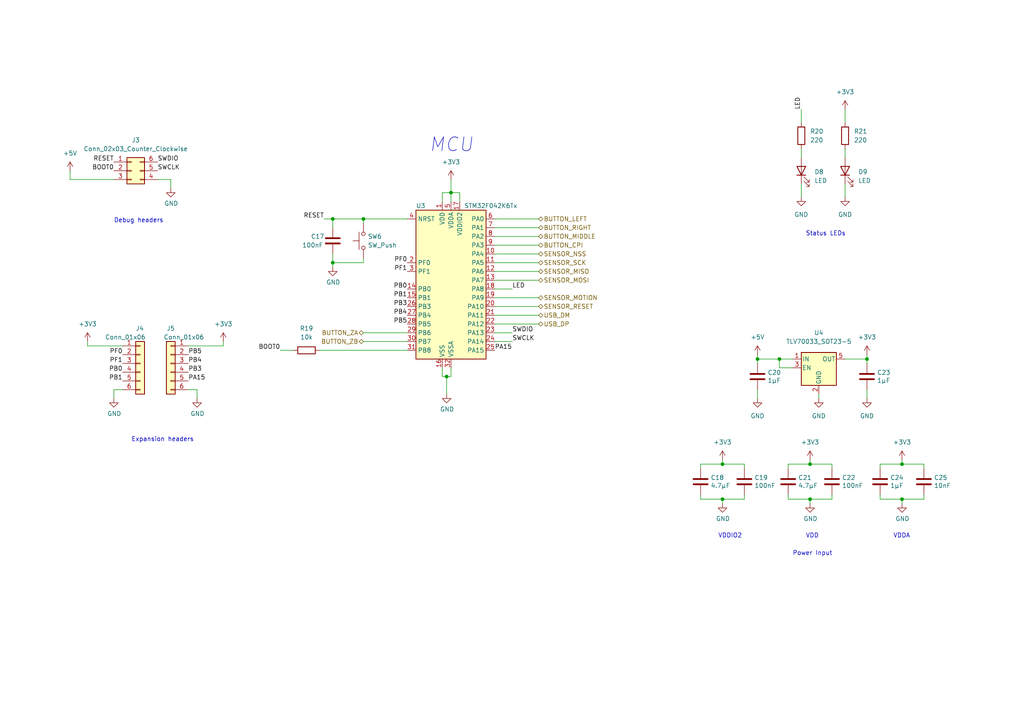
<source format=kicad_sch>
(kicad_sch (version 20211123) (generator eeschema)
  (paper "A4")
  (lib_symbols
    (symbol "Connector_Generic:Conn_01x06" (pin_names (offset 1.016) hide)
      (property "Reference" "J" (at 0 7.62 0))
      (property "Value" "Conn_01x06" (at 0 -10.16 0))
      (symbol "Conn_01x06_1_1"
        (rectangle (start -1.27 -7.493) (end 0 -7.747) (stroke (width 0.1524)))
        (rectangle (start -1.27 -4.953) (end 0 -5.207) (stroke (width 0.1524)))
        (rectangle (start -1.27 -2.413) (end 0 -2.667) (stroke (width 0.1524)))
        (rectangle (start -1.27 0.127) (end 0 -0.127) (stroke (width 0.1524)))
        (rectangle (start -1.27 2.667) (end 0 2.413) (stroke (width 0.1524)))
        (rectangle (start -1.27 5.207) (end 0 4.953) (stroke (width 0.1524)))
        (rectangle (start -1.27 6.35) (end 1.27 -8.89) (stroke (width 0.254)) (fill (type background)))
        (pin passive line (at -5.08 5.08 0) (length 3.81) (name "Pin_1") (number "1"))
        (pin passive line (at -5.08 2.54 0) (length 3.81) (name "Pin_2") (number "2"))
        (pin passive line (at -5.08 0 0) (length 3.81) (name "Pin_3") (number "3"))
        (pin passive line (at -5.08 -2.54 0) (length 3.81) (name "Pin_4") (number "4"))
        (pin passive line (at -5.08 -5.08 0) (length 3.81) (name "Pin_5") (number "5"))
        (pin passive line (at -5.08 -7.62 0) (length 3.81) (name "Pin_6") (number "6"))
      )
    )
    (symbol "Connector_Generic:Conn_02x03_Counter_Clockwise" (pin_names (offset 1.016) hide)
      (property "Reference" "J" (at 1.27 5.08 0))
      (property "Value" "Conn_02x03_Counter_Clockwise" (at 1.27 -5.08 0))
      (symbol "Conn_02x03_Counter_Clockwise_1_1"
        (rectangle (start -1.27 -2.413) (end 0 -2.667) (stroke (width 0.1524)))
        (rectangle (start -1.27 0.127) (end 0 -0.127) (stroke (width 0.1524)))
        (rectangle (start -1.27 2.667) (end 0 2.413) (stroke (width 0.1524)))
        (rectangle (start -1.27 3.81) (end 3.81 -3.81) (stroke (width 0.254)) (fill (type background)))
        (rectangle (start 3.81 -2.413) (end 2.54 -2.667) (stroke (width 0.1524)))
        (rectangle (start 3.81 0.127) (end 2.54 -0.127) (stroke (width 0.1524)))
        (rectangle (start 3.81 2.667) (end 2.54 2.413) (stroke (width 0.1524)))
        (pin passive line (at -5.08 2.54 0) (length 3.81) (name "Pin_1") (number "1"))
        (pin passive line (at -5.08 0 0) (length 3.81) (name "Pin_2") (number "2"))
        (pin passive line (at -5.08 -2.54 0) (length 3.81) (name "Pin_3") (number "3"))
        (pin passive line (at 7.62 -2.54 180) (length 3.81) (name "Pin_4") (number "4"))
        (pin passive line (at 7.62 0 180) (length 3.81) (name "Pin_5") (number "5"))
        (pin passive line (at 7.62 2.54 180) (length 3.81) (name "Pin_6") (number "6"))
      )
    )
    (symbol "Device:C" (pin_numbers hide) (pin_names (offset 0.254))
      (property "Reference" "C" (at 0.635 2.54 0))
      (property "Value" "C" (at 0.635 -2.54 0))
      (symbol "C_0_1"
        (polyline (pts (xy -2.032 -0.762) (xy 2.032 -0.762)) (stroke (width 0.508)))
        (polyline (pts (xy -2.032 0.762) (xy 2.032 0.762)) (stroke (width 0.508)))
      )
      (symbol "C_1_1"
        (pin passive line (at 0 3.81 270) (length 2.794) (name "~") (number "1"))
        (pin passive line (at 0 -3.81 90) (length 2.794) (name "~") (number "2"))
      )
    )
    (symbol "Device:LED" (pin_numbers hide) (pin_names (offset 1.016) hide)
      (property "Reference" "D" (at 0 2.54 0))
      (property "Value" "LED" (at 0 -2.54 0))
      (symbol "LED_0_1"
        (polyline (pts (xy -1.27 -1.27) (xy -1.27 1.27)) (stroke (width 0.254)))
        (polyline (pts (xy -1.27 0) (xy 1.27 0)))
        (polyline (pts (xy 1.27 -1.27) (xy 1.27 1.27) (xy -1.27 0) (xy 1.27 -1.27)) (stroke (width 0.254)))
        (polyline (pts (xy -3.048 -0.762) (xy -4.572 -2.286) (xy -3.81 -2.286) (xy -4.572 -2.286) (xy -4.572 -1.524)))
        (polyline (pts (xy -1.778 -0.762) (xy -3.302 -2.286) (xy -2.54 -2.286) (xy -3.302 -2.286) (xy -3.302 -1.524)))
      )
      (symbol "LED_1_1"
        (pin passive line (at -3.81 0 0) (length 2.54) (name "K") (number "1"))
        (pin passive line (at 3.81 0 180) (length 2.54) (name "A") (number "2"))
      )
    )
    (symbol "Device:R" (pin_numbers hide) (pin_names (offset 0))
      (property "Reference" "R" (at 2.032 0 90))
      (property "Value" "R" (at 0 0 90))
      (symbol "R_0_1"
        (rectangle (start -1.016 -2.54) (end 1.016 2.54) (stroke (width 0.254)))
      )
      (symbol "R_1_1"
        (pin passive line (at 0 3.81 270) (length 1.27) (name "~") (number "1"))
        (pin passive line (at 0 -3.81 90) (length 1.27) (name "~") (number "2"))
      )
    )
    (symbol "MCU_ST_STM32F0:STM32F042K6Tx"
      (property "Reference" "U" (at -10.16 21.59 0))
      (property "Value" "STM32F042K6Tx" (at 5.08 21.59 0))
      (symbol "STM32F042K6Tx_0_1"
        (rectangle (start -10.16 -22.86) (end 10.16 20.32) (stroke (width 0.254)) (fill (type background)))
      )
      (symbol "STM32F042K6Tx_1_1"
        (pin power_in line (at -2.54 22.86 270) (length 2.54) (name "VDD") (number "1"))
        (pin bidirectional line (at 12.7 7.62 180) (length 2.54) (name "PA4") (number "10"))
        (pin bidirectional line (at 12.7 5.08 180) (length 2.54) (name "PA5") (number "11"))
        (pin bidirectional line (at 12.7 2.54 180) (length 2.54) (name "PA6") (number "12"))
        (pin bidirectional line (at 12.7 0 180) (length 2.54) (name "PA7") (number "13"))
        (pin bidirectional line (at -12.7 -2.54 0) (length 2.54) (name "PB0") (number "14"))
        (pin bidirectional line (at -12.7 -5.08 0) (length 2.54) (name "PB1") (number "15"))
        (pin power_in line (at -2.54 -25.4 90) (length 2.54) (name "VSS") (number "16"))
        (pin power_in line (at 2.54 22.86 270) (length 2.54) (name "VDDIO2") (number "17"))
        (pin bidirectional line (at 12.7 -2.54 180) (length 2.54) (name "PA8") (number "18"))
        (pin bidirectional line (at 12.7 -5.08 180) (length 2.54) (name "PA9") (number "19"))
        (pin input line (at -12.7 5.08 0) (length 2.54) (name "PF0") (number "2"))
        (pin bidirectional line (at 12.7 -7.62 180) (length 2.54) (name "PA10") (number "20"))
        (pin bidirectional line (at 12.7 -10.16 180) (length 2.54) (name "PA11") (number "21"))
        (pin bidirectional line (at 12.7 -12.7 180) (length 2.54) (name "PA12") (number "22"))
        (pin bidirectional line (at 12.7 -15.24 180) (length 2.54) (name "PA13") (number "23"))
        (pin bidirectional line (at 12.7 -17.78 180) (length 2.54) (name "PA14") (number "24"))
        (pin bidirectional line (at 12.7 -20.32 180) (length 2.54) (name "PA15") (number "25"))
        (pin bidirectional line (at -12.7 -7.62 0) (length 2.54) (name "PB3") (number "26"))
        (pin bidirectional line (at -12.7 -10.16 0) (length 2.54) (name "PB4") (number "27"))
        (pin bidirectional line (at -12.7 -12.7 0) (length 2.54) (name "PB5") (number "28"))
        (pin bidirectional line (at -12.7 -15.24 0) (length 2.54) (name "PB6") (number "29"))
        (pin input line (at -12.7 2.54 0) (length 2.54) (name "PF1") (number "3"))
        (pin bidirectional line (at -12.7 -17.78 0) (length 2.54) (name "PB7") (number "30"))
        (pin bidirectional line (at -12.7 -20.32 0) (length 2.54) (name "PB8") (number "31"))
        (pin power_in line (at 0 -25.4 90) (length 2.54) (name "VSSA") (number "32"))
        (pin input line (at -12.7 17.78 0) (length 2.54) (name "NRST") (number "4"))
        (pin power_in line (at 0 22.86 270) (length 2.54) (name "VDDA") (number "5"))
        (pin bidirectional line (at 12.7 17.78 180) (length 2.54) (name "PA0") (number "6"))
        (pin bidirectional line (at 12.7 15.24 180) (length 2.54) (name "PA1") (number "7"))
        (pin bidirectional line (at 12.7 12.7 180) (length 2.54) (name "PA2") (number "8"))
        (pin bidirectional line (at 12.7 10.16 180) (length 2.54) (name "PA3") (number "9"))
      )
    )
    (symbol "Regulator_Linear:TLV70033_SOT23-5" (pin_names (offset 0.254))
      (property "Reference" "U" (at -3.81 5.715 0))
      (property "Value" "TLV70033_SOT23-5" (at 0 5.715 0))
      (symbol "TLV70033_SOT23-5_0_1"
        (rectangle (start -5.08 4.445) (end 5.08 -5.08) (stroke (width 0.254)) (fill (type background)))
      )
      (symbol "TLV70033_SOT23-5_1_1"
        (pin power_in line (at -7.62 2.54 0) (length 2.54) (name "IN") (number "1"))
        (pin power_in line (at 0 -7.62 90) (length 2.54) (name "GND") (number "2"))
        (pin input line (at -7.62 0 0) (length 2.54) (name "EN") (number "3"))
        (pin no_connect line (at 5.08 0 180) (length 2.54) hide (name "NC") (number "4"))
        (pin power_out line (at 7.62 2.54 180) (length 2.54) (name "OUT") (number "5"))
      )
    )
    (symbol "Switch:SW_Push" (pin_numbers hide) (pin_names (offset 1.016) hide)
      (property "Reference" "SW" (at 1.27 2.54 0))
      (property "Value" "SW_Push" (at 0 -1.524 0))
      (symbol "SW_Push_0_1"
        (circle (center -2.032 0) (radius 0.508))
        (polyline (pts (xy 0 1.27) (xy 0 3.048)))
        (polyline (pts (xy 2.54 1.27) (xy -2.54 1.27)))
        (circle (center 2.032 0) (radius 0.508))
        (pin passive line (at -5.08 0 0) (length 2.54) (name "1") (number "1"))
        (pin passive line (at 5.08 0 180) (length 2.54) (name "2") (number "2"))
      )
    )
    (symbol "power:+3V3" (power) (pin_names (offset 0))
      (property "Value" "+3V3" (at 0 3.556 0))
      (symbol "+3V3_0_1"
        (polyline (pts (xy -0.762 1.27) (xy 0 2.54)))
        (polyline (pts (xy 0 0) (xy 0 2.54)))
        (polyline (pts (xy 0 2.54) (xy 0.762 1.27)))
      )
      (symbol "+3V3_1_1"
        (pin power_in line (at 0 0 90) (length 0) hide (name "+3V3") (number "1"))
      )
    )
    (symbol "power:+5V" (power) (pin_names (offset 0))
      (property "Value" "+5V" (at 0 3.556 0))
      (symbol "+5V_0_1"
        (polyline (pts (xy -0.762 1.27) (xy 0 2.54)))
        (polyline (pts (xy 0 0) (xy 0 2.54)))
        (polyline (pts (xy 0 2.54) (xy 0.762 1.27)))
      )
      (symbol "+5V_1_1"
        (pin power_in line (at 0 0 90) (length 0) hide (name "+5V") (number "1"))
      )
    )
    (symbol "power:GND" (power) (pin_names (offset 0))
      (property "Value" "GND" (at 0 -3.81 0))
      (symbol "GND_0_1"
        (polyline (pts (xy 0 0) (xy 0 -1.27) (xy 1.27 -1.27) (xy 0 -2.54) (xy -1.27 -1.27) (xy 0 -1.27)))
      )
      (symbol "GND_1_1"
        (pin power_in line (at 0 0 270) (length 0) hide (name "GND") (number "1"))
      )
    )
  )
  (junction (at 219.71 104.14))
  (junction (at 129.54 109.22))
  (junction (at 209.55 144.78))
  (junction (at 209.55 134.62))
  (junction (at 261.62 144.78))
  (junction (at 251.46 104.14))
  (junction (at 96.52 76.2))
  (junction (at 96.52 63.5))
  (junction (at 234.95 144.78))
  (junction (at 130.81 55.88))
  (junction (at 261.62 134.62))
  (junction (at 105.41 63.5))
  (junction (at 226.06 104.14))
  (junction (at 234.95 134.62))
  (wire (pts (xy 105.41 99.06) (xy 118.11 99.06)))
  (wire (pts (xy 232.41 31.75) (xy 232.41 35.56)))
  (wire (pts (xy 261.62 146.05) (xy 261.62 144.78)))
  (wire (pts (xy 156.21 73.66) (xy 143.51 73.66)))
  (wire (pts (xy 267.97 135.89) (xy 267.97 134.62)))
  (wire (pts (xy 209.55 134.62) (xy 215.9 134.62)))
  (wire (pts (xy 245.11 104.14) (xy 251.46 104.14)))
  (wire (pts (xy 255.27 144.78) (xy 261.62 144.78)))
  (wire (pts (xy 209.55 146.05) (xy 209.55 144.78)))
  (wire (pts (xy 156.21 91.44) (xy 143.51 91.44)))
  (wire (pts (xy 128.27 58.42) (xy 128.27 55.88)))
  (wire (pts (xy 96.52 66.04) (xy 96.52 63.5)))
  (wire (pts (xy 156.21 68.58) (xy 143.51 68.58)))
  (wire (pts (xy 156.21 93.98) (xy 143.51 93.98)))
  (wire (pts (xy 228.6 144.78) (xy 234.95 144.78)))
  (wire (pts (xy 209.55 133.35) (xy 209.55 134.62)))
  (wire (pts (xy 81.28 101.6) (xy 85.09 101.6)))
  (wire (pts (xy 228.6 143.51) (xy 228.6 144.78)))
  (wire (pts (xy 156.21 78.74) (xy 143.51 78.74)))
  (wire (pts (xy 232.41 43.18) (xy 232.41 45.72)))
  (wire (pts (xy 234.95 144.78) (xy 241.3 144.78)))
  (wire (pts (xy 209.55 144.78) (xy 215.9 144.78)))
  (wire (pts (xy 156.21 81.28) (xy 143.51 81.28)))
  (wire (pts (xy 234.95 146.05) (xy 234.95 144.78)))
  (wire (pts (xy 245.11 57.15) (xy 245.11 53.34)))
  (wire (pts (xy 241.3 135.89) (xy 241.3 134.62)))
  (wire (pts (xy 219.71 113.03) (xy 219.71 115.57)))
  (wire (pts (xy 261.62 144.78) (xy 267.97 144.78)))
  (wire (pts (xy 219.71 105.41) (xy 219.71 104.14)))
  (wire (pts (xy 245.11 31.75) (xy 245.11 35.56)))
  (wire (pts (xy 25.4 99.06) (xy 25.4 100.33)))
  (wire (pts (xy 255.27 135.89) (xy 255.27 134.62)))
  (wire (pts (xy 229.87 106.68) (xy 226.06 106.68)))
  (wire (pts (xy 215.9 144.78) (xy 215.9 143.51)))
  (wire (pts (xy 54.61 100.33) (xy 64.77 100.33)))
  (wire (pts (xy 251.46 104.14) (xy 251.46 102.87)))
  (wire (pts (xy 130.81 109.22) (xy 130.81 106.68)))
  (wire (pts (xy 148.59 96.52) (xy 143.51 96.52)))
  (wire (pts (xy 156.21 76.2) (xy 143.51 76.2)))
  (wire (pts (xy 105.41 96.52) (xy 118.11 96.52)))
  (wire (pts (xy 105.41 76.2) (xy 105.41 74.93)))
  (wire (pts (xy 219.71 102.87) (xy 219.71 104.14)))
  (wire (pts (xy 20.32 52.07) (xy 20.32 49.53)))
  (wire (pts (xy 130.81 58.42) (xy 130.81 55.88)))
  (wire (pts (xy 143.51 88.9) (xy 156.21 88.9)))
  (wire (pts (xy 96.52 77.47) (xy 96.52 76.2)))
  (wire (pts (xy 156.21 71.12) (xy 143.51 71.12)))
  (wire (pts (xy 129.54 109.22) (xy 130.81 109.22)))
  (wire (pts (xy 215.9 134.62) (xy 215.9 135.89)))
  (wire (pts (xy 33.02 113.03) (xy 35.56 113.03)))
  (wire (pts (xy 245.11 43.18) (xy 245.11 45.72)))
  (wire (pts (xy 228.6 134.62) (xy 234.95 134.62)))
  (wire (pts (xy 203.2 144.78) (xy 209.55 144.78)))
  (wire (pts (xy 128.27 106.68) (xy 128.27 109.22)))
  (wire (pts (xy 234.95 134.62) (xy 241.3 134.62)))
  (wire (pts (xy 219.71 104.14) (xy 226.06 104.14)))
  (wire (pts (xy 203.2 135.89) (xy 203.2 134.62)))
  (wire (pts (xy 255.27 134.62) (xy 261.62 134.62)))
  (wire (pts (xy 33.02 52.07) (xy 20.32 52.07)))
  (wire (pts (xy 226.06 106.68) (xy 226.06 104.14)))
  (wire (pts (xy 93.98 63.5) (xy 96.52 63.5)))
  (wire (pts (xy 33.02 115.57) (xy 33.02 113.03)))
  (wire (pts (xy 255.27 143.51) (xy 255.27 144.78)))
  (wire (pts (xy 261.62 134.62) (xy 267.97 134.62)))
  (wire (pts (xy 156.21 63.5) (xy 143.51 63.5)))
  (wire (pts (xy 128.27 55.88) (xy 130.81 55.88)))
  (wire (pts (xy 92.71 101.6) (xy 118.11 101.6)))
  (wire (pts (xy 130.81 52.07) (xy 130.81 55.88)))
  (wire (pts (xy 203.2 143.51) (xy 203.2 144.78)))
  (wire (pts (xy 203.2 134.62) (xy 209.55 134.62)))
  (wire (pts (xy 232.41 57.15) (xy 232.41 53.34)))
  (wire (pts (xy 267.97 143.51) (xy 267.97 144.78)))
  (wire (pts (xy 49.53 52.07) (xy 45.72 52.07)))
  (wire (pts (xy 156.21 66.04) (xy 143.51 66.04)))
  (wire (pts (xy 128.27 109.22) (xy 129.54 109.22)))
  (wire (pts (xy 241.3 143.51) (xy 241.3 144.78)))
  (wire (pts (xy 129.54 109.22) (xy 129.54 114.3)))
  (wire (pts (xy 49.53 54.61) (xy 49.53 52.07)))
  (wire (pts (xy 130.81 55.88) (xy 133.35 55.88)))
  (wire (pts (xy 96.52 76.2) (xy 105.41 76.2)))
  (wire (pts (xy 237.49 114.3) (xy 237.49 115.57)))
  (wire (pts (xy 226.06 104.14) (xy 229.87 104.14)))
  (wire (pts (xy 118.11 63.5) (xy 105.41 63.5)))
  (wire (pts (xy 96.52 63.5) (xy 105.41 63.5)))
  (wire (pts (xy 96.52 73.66) (xy 96.52 76.2)))
  (wire (pts (xy 105.41 63.5) (xy 105.41 64.77)))
  (wire (pts (xy 234.95 133.35) (xy 234.95 134.62)))
  (wire (pts (xy 228.6 135.89) (xy 228.6 134.62)))
  (wire (pts (xy 133.35 58.42) (xy 133.35 55.88)))
  (wire (pts (xy 25.4 100.33) (xy 35.56 100.33)))
  (wire (pts (xy 143.51 86.36) (xy 156.21 86.36)))
  (wire (pts (xy 251.46 104.14) (xy 251.46 105.41)))
  (wire (pts (xy 148.59 83.82) (xy 143.51 83.82)))
  (wire (pts (xy 64.77 100.33) (xy 64.77 99.06)))
  (wire (pts (xy 57.15 113.03) (xy 57.15 115.57)))
  (wire (pts (xy 261.62 133.35) (xy 261.62 134.62)))
  (wire (pts (xy 148.59 99.06) (xy 143.51 99.06)))
  (wire (pts (xy 251.46 113.03) (xy 251.46 115.57)))
  (wire (pts (xy 54.61 113.03) (xy 57.15 113.03)))
  (text "Power Input" (at 229.87 161.29 0) (effects (font (size 1.27 1.27)) (justify left bottom)))
  (text "VDD" (at 233.68 156.21 0) (effects (font (size 1.27 1.27)) (justify left bottom)))
  (text "MCU" (at 124.46 44.45 0) (effects (font (size 4 4) italic) (justify left bottom)))
  (text "Debug headers" (at 33.02 64.77 0) (effects (font (size 1.27 1.27)) (justify left bottom)))
  (text "VDDIO2" (at 208.28 156.21 0) (effects (font (size 1.27 1.27)) (justify left bottom)))
  (text "Status LEDs" (at 233.68 68.58 0) (effects (font (size 1.27 1.27)) (justify left bottom)))
  (text "VDDA" (at 259.08 156.21 0) (effects (font (size 1.27 1.27)) (justify left bottom)))
  (text "Expansion headers" (at 38.1 128.27 0) (effects (font (size 1.27 1.27)) (justify left bottom)))
  (label "PB4" (at 118.11 91.44 180))
  (label "BOOT0" (at 33.02 49.53 180))
  (label "PB1" (at 118.11 86.36 180))
  (label "SWDIO" (at 148.59 96.52 0))
  (label "LED" (at 232.41 31.75 90))
  (label "LED" (at 148.59 83.82 0))
  (label "PB0" (at 35.56 107.95 180))
  (label "PF0" (at 35.56 102.87 180))
  (label "RESET" (at 33.02 46.99 180))
  (label "SWDIO" (at 45.72 46.99 0))
  (label "PB3" (at 54.61 107.95 0))
  (label "PB4" (at 54.61 105.41 0))
  (label "PF0" (at 118.11 76.2 180))
  (label "BOOT0" (at 81.28 101.6 180))
  (label "PB0" (at 118.11 83.82 180))
  (label "PB3" (at 118.11 88.9 180))
  (label "SWCLK" (at 45.72 49.53 0))
  (label "SWCLK" (at 148.59 99.06 0))
  (label "PB1" (at 35.56 110.49 180))
  (label "RESET" (at 93.98 63.5 180))
  (label "PF1" (at 118.11 78.74 180))
  (label "PB5" (at 54.61 102.87 0))
  (label "PA15" (at 54.61 110.49 0))
  (label "PF1" (at 35.56 105.41 180))
  (label "PA15" (at 143.51 101.6 0))
  (label "PB5" (at 118.11 93.98 180))
  (hierarchical_label "BUTTON_ZB" (shape bidirectional) (at 105.41 99.06 180))
  (hierarchical_label "SENSOR_SCK" (shape bidirectional) (at 156.21 76.2 0))
  (hierarchical_label "SENSOR_MOTION" (shape bidirectional) (at 156.21 86.36 0))
  (hierarchical_label "BUTTON_RIGHT" (shape bidirectional) (at 156.21 66.04 0))
  (hierarchical_label "SENSOR_RESET" (shape bidirectional) (at 156.21 88.9 0))
  (hierarchical_label "BUTTON_MIDDLE" (shape bidirectional) (at 156.21 68.58 0))
  (hierarchical_label "USB_DM" (shape bidirectional) (at 156.21 91.44 0))
  (hierarchical_label "BUTTON_LEFT" (shape bidirectional) (at 156.21 63.5 0))
  (hierarchical_label "BUTTON_ZA" (shape bidirectional) (at 105.41 96.52 180))
  (hierarchical_label "SENSOR_NSS" (shape bidirectional) (at 156.21 73.66 0))
  (hierarchical_label "BUTTON_CPI" (shape bidirectional) (at 156.21 71.12 0))
  (hierarchical_label "SENSOR_MISO" (shape bidirectional) (at 156.21 78.74 0))
  (hierarchical_label "USB_DP" (shape bidirectional) (at 156.21 93.98 0))
  (hierarchical_label "SENSOR_MOSI" (shape bidirectional) (at 156.21 81.28 0))
  (symbol (lib_id "power:GND") (at 237.49 115.57 0) (unit 1)
    (property "Reference" "#PWR052" (effects hide))
    (property "Value" "GND" (at 237.49 120.65 0))
  )
  (symbol (lib_id "power:GND") (at 219.71 115.57 0) (unit 1)
    (property "Reference" "#PWR048" (effects hide))
    (property "Value" "GND" (at 219.71 120.65 0))
  )
  (symbol (lib_id "Device:C") (at 228.6 139.7 0) (unit 1)
    (property "Reference" "C21" (at 231.521 138.5316 0) (effects (justify left)))
    (property "Value" "4.7μF" (at 231.521 140.843 0) (effects (justify left)))
    (property "Footprint" "Capacitor_SMD:C_0603_1608Metric" (effects hide))
    (property "LCSC" "C19666" (effects hide))
  )
  (symbol (lib_id "power:GND") (at 209.55 146.05 0) (unit 1)
    (property "Reference" "#PWR046" (effects hide))
    (property "Value" "GND" (at 209.677 150.4442 0))
  )
  (symbol (lib_id "Device:C") (at 203.2 139.7 0) (unit 1)
    (property "Reference" "C18" (at 206.121 138.5316 0) (effects (justify left)))
    (property "Value" "4.7μF" (at 206.121 140.843 0) (effects (justify left)))
    (property "Footprint" "Capacitor_SMD:C_0603_1608Metric" (effects hide))
    (property "LCSC" "C19666" (effects hide))
  )
  (symbol (lib_id "Device:C") (at 241.3 139.7 0) (unit 1)
    (property "Reference" "C22" (at 244.221 138.5316 0) (effects (justify left)))
    (property "Value" "100nF" (at 244.221 140.843 0) (effects (justify left)))
    (property "Footprint" "Capacitor_SMD:C_0603_1608Metric" (effects hide))
    (property "LCSC" "C14663" (effects hide))
  )
  (symbol (lib_id "power:GND") (at 234.95 146.05 0) (unit 1)
    (property "Reference" "#PWR051" (effects hide))
    (property "Value" "GND" (at 235.077 150.4442 0))
  )
  (symbol (lib_id "Device:C") (at 255.27 139.7 0) (unit 1)
    (property "Reference" "C24" (at 258.191 138.5316 0) (effects (justify left)))
    (property "Value" "1μF" (at 258.191 140.843 0) (effects (justify left)))
    (property "Footprint" "Capacitor_SMD:C_0603_1608Metric" (effects hide))
    (property "LCSC" "C15849" (effects hide))
  )
  (symbol (lib_id "power:+3V3") (at 130.81 52.07 0) (unit 1)
    (property "Reference" "#PWR044" (effects hide))
    (property "Value" "+3V3" (at 130.81 46.99 0))
  )
  (symbol (lib_id "Regulator_Linear:TLV70033_SOT23-5") (at 237.49 106.68 0) (unit 1)
    (property "Reference" "U4" (at 237.49 96.52 0))
    (property "Value" "TLV70033_SOT23-5" (at 237.49 99.06 0))
    (property "Footprint" "Package_TO_SOT_SMD:SOT-23-5" (effects hide))
    (property "Datasheet" "http://www.ti.com/lit/ds/symlink/tlv700.pdf" (effects hide))
    (property "LCSC" "C11337" (effects hide))
  )
  (symbol (lib_id "power:+3V3") (at 64.77 99.06 0) (unit 1)
    (property "Reference" "#PWR041" (effects hide))
    (property "Value" "+3V3" (at 64.77 93.98 0))
  )
  (symbol (lib_id "Device:LED") (at 232.41 49.53 90) (unit 1)
    (property "Reference" "D8" (at 236.22 49.8474 90) (effects (justify right)))
    (property "Value" "LED" (at 236.22 52.3874 90) (effects (justify right)))
    (property "Footprint" "LED_SMD:LED_0603_1608Metric" (effects hide))
    (property "LCSC" "C72038" (effects hide))
  )
  (symbol (lib_id "power:+3V3") (at 209.55 133.35 0) (unit 1)
    (property "Reference" "#PWR045" (effects hide))
    (property "Value" "+3V3" (at 209.55 128.27 0))
  )
  (symbol (lib_id "power:+3V3") (at 245.11 31.75 0) (unit 1)
    (property "Reference" "#PWR053" (effects hide))
    (property "Value" "+3V3" (at 245.11 26.67 0))
  )
  (symbol (lib_id "Device:C") (at 96.52 69.85 0) (unit 1)
    (property "Reference" "C17" (at 90.17 68.58 0) (effects (justify left)))
    (property "Value" "100nF" (at 87.63 71.12 0) (effects (justify left)))
    (property "Footprint" "Capacitor_SMD:C_0603_1608Metric" (effects hide))
    (property "LCSC" "C14663" (effects hide))
  )
  (symbol (lib_id "power:+3V3") (at 251.46 102.87 0) (unit 1)
    (property "Reference" "#PWR055" (effects hide))
    (property "Value" "+3V3" (at 251.46 97.79 0))
  )
  (symbol (lib_id "Switch:SW_Push") (at 105.41 69.85 90) (unit 1)
    (property "Reference" "SW6" (at 106.68 68.5799 90) (effects (justify right)))
    (property "Value" "SW_Push" (at 106.68 71.1199 90) (effects (justify right)))
    (property "Footprint" "Button_Switch_THT:SW_PUSH_6mm" (effects hide))
  )
  (symbol (lib_id "power:GND") (at 232.41 57.15 0) (unit 1)
    (property "Reference" "#PWR049" (effects hide))
    (property "Value" "GND" (at 232.41 62.23 0))
  )
  (symbol (lib_id "power:GND") (at 96.52 77.47 0) (unit 1)
    (property "Reference" "#PWR042" (effects hide))
    (property "Value" "GND" (at 96.647 81.8642 0))
  )
  (symbol (lib_id "power:+3V3") (at 261.62 133.35 0) (unit 1)
    (property "Reference" "#PWR057" (effects hide))
    (property "Value" "+3V3" (at 261.62 128.27 0))
  )
  (symbol (lib_id "power:GND") (at 251.46 115.57 0) (unit 1)
    (property "Reference" "#PWR056" (effects hide))
    (property "Value" "GND" (at 251.46 120.65 0))
  )
  (symbol (lib_id "power:+3V3") (at 25.4 99.06 0) (unit 1)
    (property "Reference" "#PWR036" (effects hide))
    (property "Value" "+3V3" (at 25.4 93.98 0))
  )
  (symbol (lib_id "power:GND") (at 33.02 115.57 0) (unit 1)
    (property "Reference" "#PWR038" (effects hide))
    (property "Value" "GND" (at 33.147 119.9642 0))
  )
  (symbol (lib_id "Device:R") (at 88.9 101.6 90) (unit 1)
    (property "Reference" "R19" (at 88.9 95.25 90))
    (property "Value" "10k" (at 88.9 97.79 90))
    (property "Footprint" "Resistor_SMD:R_0603_1608Metric" (effects hide))
    (property "LCSC" "C25804" (effects hide))
  )
  (symbol (lib_id "power:GND") (at 57.15 115.57 0) (unit 1)
    (property "Reference" "#PWR039" (effects hide))
    (property "Value" "GND" (at 57.277 119.9642 0))
  )
  (symbol (lib_id "MCU_ST_STM32F0:STM32F042K6Tx") (at 130.81 81.28 0) (unit 1)
    (property "Reference" "U3" (at 120.65 59.69 0) (effects (justify left)))
    (property "Value" "STM32F042K6Tx" (at 134.62 59.69 0) (effects (justify left)))
    (property "Footprint" "Package_QFP:LQFP-32_7x7mm_P0.8mm" (effects hide))
    (property "Datasheet" "http://www.st.com/st-web-ui/static/active/en/resource/technical/document/datasheet/DM00105814.pdf" (effects hide))
    (property "LCSC" "C69216" (effects hide))
  )
  (symbol (lib_id "power:+5V") (at 219.71 102.87 0) (unit 1)
    (property "Reference" "#PWR047" (effects hide))
    (property "Value" "+5V" (at 219.71 97.79 0))
  )
  (symbol (lib_id "Connector_Generic:Conn_02x03_Counter_Clockwise") (at 38.1 49.53 0) (unit 1)
    (property "Reference" "J3" (at 39.37 40.64 0))
    (property "Value" "Conn_02x03_Counter_Clockwise" (at 39.37 43.18 0))
    (property "Footprint" "Connector_PinHeader_2.54mm:PinHeader_2x03_P2.54mm_Vertical" (effects hide))
  )
  (symbol (lib_id "power:GND") (at 245.11 57.15 0) (unit 1)
    (property "Reference" "#PWR054" (effects hide))
    (property "Value" "GND" (at 245.11 62.23 0))
  )
  (symbol (lib_id "Device:C") (at 251.46 109.22 0) (unit 1)
    (property "Reference" "C23" (at 254.381 108.0516 0) (effects (justify left)))
    (property "Value" "1μF" (at 254.381 110.363 0) (effects (justify left)))
    (property "Footprint" "Capacitor_SMD:C_0603_1608Metric" (effects hide))
    (property "LCSC" "C15849" (effects hide))
  )
  (symbol (lib_id "power:+5V") (at 20.32 49.53 0) (unit 1)
    (property "Reference" "#PWR040" (effects hide))
    (property "Value" "+5V" (at 20.32 44.45 0))
  )
  (symbol (lib_id "Device:C") (at 215.9 139.7 0) (unit 1)
    (property "Reference" "C19" (at 218.821 138.5316 0) (effects (justify left)))
    (property "Value" "100nF" (at 218.821 140.843 0) (effects (justify left)))
    (property "Footprint" "Capacitor_SMD:C_0603_1608Metric" (effects hide))
    (property "LCSC" "C14663" (effects hide))
  )
  (symbol (lib_id "power:GND") (at 49.53 54.61 0) (unit 1)
    (property "Reference" "#PWR?" (effects hide))
    (property "Value" "GND" (at 49.657 59.0042 0))
  )
  (symbol (lib_id "Connector_Generic:Conn_01x06") (at 40.64 105.41 0) (unit 1)
    (property "Reference" "J4" (at 39.37 95.25 0) (effects (justify left)))
    (property "Value" "Conn_01x06" (at 30.48 97.79 0) (effects (justify left)))
    (property "Footprint" "Connector_PinSocket_2.54mm:PinSocket_1x06_P2.54mm_Vertical" (effects hide))
  )
  (symbol (lib_id "Device:LED") (at 245.11 49.53 90) (unit 1)
    (property "Reference" "D9" (at 248.92 49.8474 90) (effects (justify right)))
    (property "Value" "LED" (at 248.92 52.3874 90) (effects (justify right)))
    (property "Footprint" "LED_SMD:LED_0603_1608Metric" (effects hide))
    (property "LCSC" "C72038" (effects hide))
  )
  (symbol (lib_id "Device:C") (at 219.71 109.22 0) (unit 1)
    (property "Reference" "C20" (at 222.631 108.0516 0) (effects (justify left)))
    (property "Value" "1μF" (at 222.631 110.363 0) (effects (justify left)))
    (property "Footprint" "Capacitor_SMD:C_0603_1608Metric" (effects hide))
    (property "LCSC" "C15849" (effects hide))
  )
  (symbol (lib_id "Device:C") (at 267.97 139.7 0) (unit 1)
    (property "Reference" "C25" (at 270.891 138.5316 0) (effects (justify left)))
    (property "Value" "10nF" (at 270.891 140.843 0) (effects (justify left)))
    (property "Footprint" "Capacitor_SMD:C_0603_1608Metric" (effects hide))
    (property "LCSC" "C57112" (effects hide))
  )
  (symbol (lib_id "Device:R") (at 245.11 39.37 0) (unit 1)
    (property "Reference" "R21" (at 247.65 38.0999 0) (effects (justify left)))
    (property "Value" "220" (at 247.65 40.6399 0) (effects (justify left)))
    (property "Footprint" "Resistor_SMD:R_0603_1608Metric" (effects hide))
    (property "LCSC" "C22962" (effects hide))
  )
  (symbol (lib_id "power:+3V3") (at 234.95 133.35 0) (unit 1)
    (property "Reference" "#PWR050" (effects hide))
    (property "Value" "+3V3" (at 234.95 128.27 0))
  )
  (symbol (lib_id "Connector_Generic:Conn_01x06") (at 49.53 105.41 0) (mirror y) (unit 1)
    (property "Reference" "J5" (at 49.53 95.25 0))
    (property "Value" "Conn_01x06" (at 53.34 97.79 0))
    (property "Footprint" "Connector_PinSocket_2.54mm:PinSocket_1x06_P2.54mm_Vertical" (effects hide))
  )
  (symbol (lib_id "power:GND") (at 129.54 114.3 0) (unit 1)
    (property "Reference" "#PWR043" (effects hide))
    (property "Value" "GND" (at 129.667 118.6942 0))
  )
  (symbol (lib_id "Device:R") (at 232.41 39.37 0) (unit 1)
    (property "Reference" "R20" (at 234.95 38.0999 0) (effects (justify left)))
    (property "Value" "220" (at 234.95 40.6399 0) (effects (justify left)))
    (property "Footprint" "Resistor_SMD:R_0603_1608Metric" (effects hide))
    (property "LCSC" "C22962" (effects hide))
  )
  (symbol (lib_id "power:GND") (at 261.62 146.05 0) (unit 1)
    (property "Reference" "#PWR058" (effects hide))
    (property "Value" "GND" (at 261.747 150.4442 0))
  )
)
</source>
